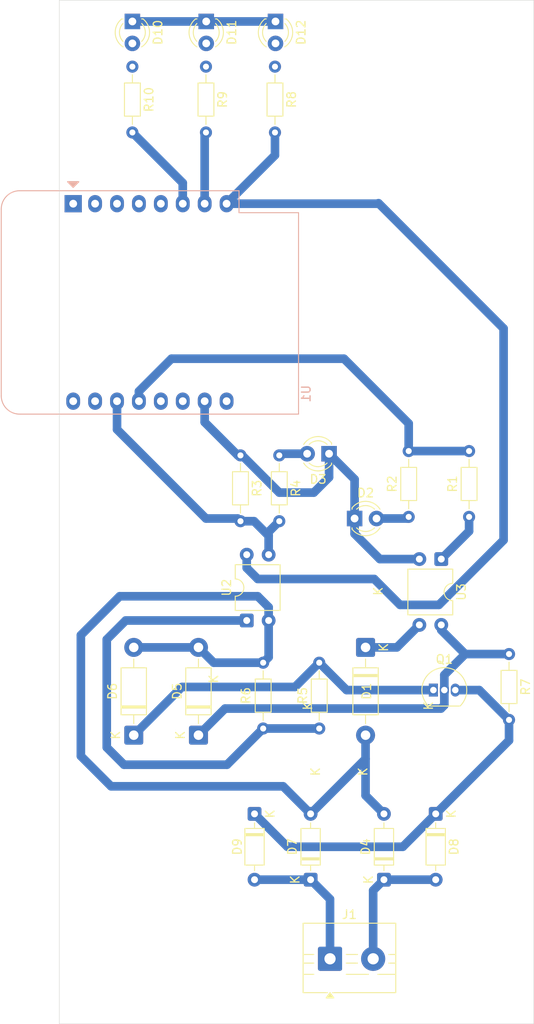
<source format=kicad_pcb>
(kicad_pcb (version 20241229) (generator "pcbnew") (generator_version "9.0")
  (layers (0 "F.Cu" signal) (2 "B.Cu" signal) (13 "F.Paste" user) (15 "B.Paste" user) (5 "F.SilkS" user "F.Silkscreen") (7 "B.SilkS" user "B.Silkscreen") (1 "F.Mask" user) (3 "B.Mask" user) (25 "Edge.Cuts" user))
  (net 0 "")
  (net 1 "Net-(D1-A)")
  (net 2 "Net-(D1-K)")
  (net 3 "Net-(D2-A)")
  (net 4 "GND")
  (net 5 "Net-(D3-A)")
  (net 6 "OT_A")
  (net 7 "Net-(D5-K)")
  (net 8 "Net-(D6-K)")
  (net 9 "OT_B")
  (net 10 "Net-(D8-K)")
  (net 11 "Net-(D10-A)")
  (net 12 "Net-(D11-A)")
  (net 13 "Net-(D12-A)")
  (net 14 "OT_IN")
  (net 15 "Net-(R1-Pad1)")
  (net 16 "OT_OUT")
  (net 17 "Net-(R5-Pad1)")
  (net 18 "+3V3")
  (net 19 "OT_RX_LED")
  (net 20 "ST_LED")
  (footprint "LED_THT:LED_D3.0mm" (layer "F.Cu") (at 94.97 46.96 -90)
    (property "Reference" "D10" (at 1.27 -2.96 90) (layer "F.SilkS"))
    (property "Value" "LED")
    (fp_line (start -0.29 1.08) (end -0.29 1.236) (stroke (width 0.12)) (layer "F.SilkS"))
    (fp_line (start -0.29 -1.236) (end -0.29 -1.08) (stroke (width 0.12)) (layer "F.SilkS"))
    (fp_arc (start 2.310961 1.08) (mid 1.27 1.5) (end 0.229039 1.08) (stroke (width 0.12)) (layer "F.SilkS"))
    (fp_arc (start 2.941437 1.08) (mid 1.36566 1.987699) (end -0.29 1.235516) (stroke (width 0.12)) (layer "F.SilkS"))
    (fp_arc (start 0.229039 -1.08) (mid 1.27 -1.5) (end 2.310961 -1.08) (stroke (width 0.12)) (layer "F.SilkS"))
    (fp_arc (start -0.29 -1.235516) (mid 1.36566 -1.987699) (end 2.941437 -1.08) (stroke (width 0.12)) (layer "F.SilkS"))
    (pad "1" thru_hole rect (at 0 0 270) (size 1.8 1.8) (drill 0.9) (layers "*.Cu" "*.Mask") (net 4 "GND"))
    (pad "2" thru_hole circle (at 2.54 0 270) (size 1.8 1.8) (drill 0.9) (layers "*.Cu" "*.Mask") (net 11 "Net-(D10-A)"))
  )
  (footprint "LED_THT:LED_D3.0mm" (layer "F.Cu") (at 120.73 104.5)
    (property "Reference" "D2" (at 1.27 -2.96 0) (layer "F.SilkS"))
    (property "Value" "LED")
    (fp_line (start -0.29 -1.236) (end -0.29 -1.08) (stroke (width 0.12)) (layer "F.SilkS"))
    (fp_line (start -0.29 1.08) (end -0.29 1.236) (stroke (width 0.12)) (layer "F.SilkS"))
    (fp_arc (start -0.29 -1.235516) (mid 1.36566 -1.987699) (end 2.941437 -1.08) (stroke (width 0.12)) (layer "F.SilkS"))
    (fp_arc (start 0.229039 -1.08) (mid 1.27 -1.5) (end 2.310961 -1.08) (stroke (width 0.12)) (layer "F.SilkS"))
    (fp_arc (start 2.310961 1.08) (mid 1.27 1.5) (end 0.229039 1.08) (stroke (width 0.12)) (layer "F.SilkS"))
    (fp_arc (start 2.941437 1.08) (mid 1.36566 1.987699) (end -0.29 1.235516) (stroke (width 0.12)) (layer "F.SilkS"))
    (pad "1" thru_hole rect (at 0 0) (size 1.8 1.8) (drill 0.9) (layers "*.Cu" "*.Mask") (net 4 "GND"))
    (pad "2" thru_hole circle (at 2.54 0) (size 1.8 1.8) (drill 0.9) (layers "*.Cu" "*.Mask") (net 3 "Net-(D2-A)"))
  )
  (footprint "Diode_THT:D_DO-35_SOD27_P7.62mm_Horizontal" (layer "F.Cu") (at 109.13 138.69 -90)
    (property "Reference" "D9" (at 3.81 2 90) (layer "F.SilkS"))
    (property "Value" "1N4148")
    (fp_line (start 1.04 0) (end 1.69 0) (stroke (width 0.12)) (layer "F.SilkS"))
    (fp_line (start 6.58 0) (end 5.93 0) (stroke (width 0.12)) (layer "F.SilkS"))
    (fp_line (start 2.29 -1.12) (end 2.29 1.12) (stroke (width 0.12)) (layer "F.SilkS"))
    (fp_line (start 2.41 -1.12) (end 2.41 1.12) (stroke (width 0.12)) (layer "F.SilkS"))
    (fp_line (start 2.53 -1.12) (end 2.53 1.12) (stroke (width 0.12)) (layer "F.SilkS"))
    (fp_rect (start 1.69 -1.12) (end 5.93 1.12) (stroke (width 0.12)) (fill no) (layer "F.SilkS"))
    (fp_text user "K" (at 0 -1.8 90) (layer "F.SilkS"))
    (pad "1" thru_hole roundrect (at 0 0 270) (size 1.6 1.6) (drill 0.8) (layers "*.Cu" "*.Mask") (roundrect_rratio 0.15625) (net 10 "Net-(D8-K)"))
    (pad "2" thru_hole circle (at 7.62 0 270) (size 1.6 1.6) (drill 0.8) (layers "*.Cu" "*.Mask") (net 9 "OT_B"))
  )
  (footprint "Resistor_THT:R_Axial_DIN0204_L3.6mm_D1.6mm_P7.62mm_Horizontal" (layer "F.Cu") (at 127 104.31 90)
    (property "Reference" "R2" (at 3.81 -1.92 90) (layer "F.SilkS"))
    (property "Value" "1K")
    (fp_line (start 6.68 0) (end 5.73 0) (stroke (width 0.12)) (layer "F.SilkS"))
    (fp_line (start 0.94 0) (end 1.89 0) (stroke (width 0.12)) (layer "F.SilkS"))
    (fp_rect (start 1.89 -0.92) (end 5.73 0.92) (stroke (width 0.12)) (fill no) (layer "F.SilkS"))
    (pad "1" thru_hole circle (at 0 0 90) (size 1.4 1.4) (drill 0.7) (layers "*.Cu" "*.Mask") (net 3 "Net-(D2-A)"))
    (pad "2" thru_hole circle (at 7.62 0 90) (size 1.4 1.4) (drill 0.7) (layers "*.Cu" "*.Mask") (net 14 "OT_IN"))
  )
  (footprint "Package_DIP:DIP-4_W7.62mm" (layer "F.Cu") (at 130.775 109.195 -90)
    (property "Reference" "U3" (at 3.81 -2.33 90) (layer "F.SilkS"))
    (property "Value" "Optocoupler_DC_PhotoNPN_AKEC")
    (fp_line (start 1.16 3.87) (end 6.46 3.87) (stroke (width 0.12)) (layer "F.SilkS"))
    (fp_line (start 6.46 3.87) (end 6.46 -1.33) (stroke (width 0.12)) (layer "F.SilkS"))
    (fp_line (start 1.16 -1.33) (end 1.16 3.87) (stroke (width 0.12)) (layer "F.SilkS"))
    (fp_line (start 2.81 -1.33) (end 1.16 -1.33) (stroke (width 0.12)) (layer "F.SilkS"))
    (fp_line (start 6.46 -1.33) (end 4.81 -1.33) (stroke (width 0.12)) (layer "F.SilkS"))
    (fp_arc (start 4.81 -1.33) (mid 3.81 -0.33) (end 2.81 -1.33) (stroke (width 0.12)) (layer "F.SilkS"))
    (pad "1" thru_hole roundrect (at 0 0 270) (size 1.6 1.6) (drill 0.8) (layers "*.Cu" "*.Mask") (roundrect_rratio 0.15625) (net 15 "Net-(R1-Pad1)"))
    (pad "2" thru_hole circle (at 0 2.54 270) (size 1.6 1.6) (drill 0.8) (layers "*.Cu" "*.Mask") (net 4 "GND"))
    (pad "3" thru_hole circle (at 7.62 2.54 270) (size 1.6 1.6) (drill 0.8) (layers "*.Cu" "*.Mask") (net 2 "Net-(D1-K)"))
    (pad "4" thru_hole circle (at 7.62 0 270) (size 1.6 1.6) (drill 0.8) (layers "*.Cu" "*.Mask") (net 7 "Net-(D5-K)"))
  )
  (footprint "Resistor_THT:R_Axial_DIN0204_L3.6mm_D1.6mm_P7.62mm_Horizontal" (layer "F.Cu") (at 107.5 97.19 -90)
    (property "Reference" "R3" (at 3.81 -1.92 90) (layer "F.SilkS"))
    (property "Value" "10K")
    (fp_line (start 0.94 0) (end 1.89 0) (stroke (width 0.12)) (layer "F.SilkS"))
    (fp_line (start 6.68 0) (end 5.73 0) (stroke (width 0.12)) (layer "F.SilkS"))
    (fp_rect (start 1.89 -0.92) (end 5.73 0.92) (stroke (width 0.12)) (fill no) (layer "F.SilkS"))
    (pad "1" thru_hole circle (at 0 0 270) (size 1.4 1.4) (drill 0.7) (layers "*.Cu" "*.Mask") (net 4 "GND"))
    (pad "2" thru_hole circle (at 7.62 0 270) (size 1.4 1.4) (drill 0.7) (layers "*.Cu" "*.Mask") (net 16 "OT_OUT"))
  )
  (footprint "Resistor_THT:R_Axial_DIN0204_L3.6mm_D1.6mm_P7.62mm_Horizontal" (layer "F.Cu") (at 134 104.31 90)
    (property "Reference" "R1" (at 3.81 -1.92 90) (layer "F.SilkS"))
    (property "Value" "330")
    (fp_line (start 6.68 0) (end 5.73 0) (stroke (width 0.12)) (layer "F.SilkS"))
    (fp_line (start 0.94 0) (end 1.89 0) (stroke (width 0.12)) (layer "F.SilkS"))
    (fp_rect (start 1.89 -0.92) (end 5.73 0.92) (stroke (width 0.12)) (fill no) (layer "F.SilkS"))
    (pad "1" thru_hole circle (at 0 0 90) (size 1.4 1.4) (drill 0.7) (layers "*.Cu" "*.Mask") (net 15 "Net-(R1-Pad1)"))
    (pad "2" thru_hole circle (at 7.62 0 90) (size 1.4 1.4) (drill 0.7) (layers "*.Cu" "*.Mask") (net 14 "OT_IN"))
  )
  (footprint "Resistor_THT:R_Axial_DIN0204_L3.6mm_D1.6mm_P7.62mm_Horizontal" (layer "F.Cu") (at 111.5 52.19 -90)
    (property "Reference" "R8" (at 3.81 -1.92 90) (layer "F.SilkS"))
    (property "Value" "220")
    (fp_line (start 0.94 0) (end 1.89 0) (stroke (width 0.12)) (layer "F.SilkS"))
    (fp_line (start 6.68 0) (end 5.73 0) (stroke (width 0.12)) (layer "F.SilkS"))
    (fp_rect (start 1.89 -0.92) (end 5.73 0.92) (stroke (width 0.12)) (fill no) (layer "F.SilkS"))
    (pad "1" thru_hole circle (at 0 0 270) (size 1.4 1.4) (drill 0.7) (layers "*.Cu" "*.Mask") (net 13 "Net-(D12-A)"))
    (pad "2" thru_hole circle (at 7.62 0 270) (size 1.4 1.4) (drill 0.7) (layers "*.Cu" "*.Mask") (net 18 "+3V3"))
  )
  (footprint "Resistor_THT:R_Axial_DIN0204_L3.6mm_D1.6mm_P7.62mm_Horizontal" (layer "F.Cu") (at 112 97.19 -90)
    (property "Reference" "R4" (at 3.81 -1.92 90) (layer "F.SilkS"))
    (property "Value" "1K")
    (fp_line (start 0.94 0) (end 1.89 0) (stroke (width 0.12)) (layer "F.SilkS"))
    (fp_line (start 6.68 0) (end 5.73 0) (stroke (width 0.12)) (layer "F.SilkS"))
    (fp_rect (start 1.89 -0.92) (end 5.73 0.92) (stroke (width 0.12)) (fill no) (layer "F.SilkS"))
    (pad "1" thru_hole circle (at 0 0 270) (size 1.4 1.4) (drill 0.7) (layers "*.Cu" "*.Mask") (net 5 "Net-(D3-A)"))
    (pad "2" thru_hole circle (at 7.62 0 270) (size 1.4 1.4) (drill 0.7) (layers "*.Cu" "*.Mask") (net 16 "OT_OUT"))
  )
  (footprint "Diode_THT:D_DO-41_SOD81_P10.16mm_Horizontal" (layer "F.Cu") (at 95.13 129.58 90)
    (property "Reference" "D6" (at 5.08 -2.47 90) (layer "F.SilkS"))
    (property "Value" "4V7")
    (fp_line (start 3.38 -1.47) (end 3.38 1.47) (stroke (width 0.12)) (layer "F.SilkS"))
    (fp_line (start 3.26 -1.47) (end 3.26 1.47) (stroke (width 0.12)) (layer "F.SilkS"))
    (fp_line (start 3.14 -1.47) (end 3.14 1.47) (stroke (width 0.12)) (layer "F.SilkS"))
    (fp_line (start 8.82 0) (end 7.8 0) (stroke (width 0.12)) (layer "F.SilkS"))
    (fp_line (start 1.34 0) (end 2.36 0) (stroke (width 0.12)) (layer "F.SilkS"))
    (fp_rect (start 2.36 -1.47) (end 7.8 1.47) (stroke (width 0.12)) (fill no) (layer "F.SilkS"))
    (fp_text user "K" (at 0 -2.1 90) (layer "F.SilkS"))
    (pad "1" thru_hole roundrect (at 0 0 90) (size 2.2 2.2) (drill 1.1) (layers "*.Cu" "*.Mask") (roundrect_rratio 0.113636) (net 8 "Net-(D6-K)"))
    (pad "2" thru_hole circle (at 10.16 0 90) (size 2.2 2.2) (drill 1.1) (layers "*.Cu" "*.Mask") (net 1 "Net-(D1-A)"))
  )
  (footprint "Resistor_THT:R_Axial_DIN0204_L3.6mm_D1.6mm_P7.62mm_Horizontal" (layer "F.Cu") (at 103.5 52.19 -90)
    (property "Reference" "R9" (at 3.81 -1.92 90) (layer "F.SilkS"))
    (property "Value" "220")
    (fp_line (start 0.94 0) (end 1.89 0) (stroke (width 0.12)) (layer "F.SilkS"))
    (fp_line (start 6.68 0) (end 5.73 0) (stroke (width 0.12)) (layer "F.SilkS"))
    (fp_rect (start 1.89 -0.92) (end 5.73 0.92) (stroke (width 0.12)) (fill no) (layer "F.SilkS"))
    (pad "1" thru_hole circle (at 0 0 270) (size 1.4 1.4) (drill 0.7) (layers "*.Cu" "*.Mask") (net 12 "Net-(D11-A)"))
    (pad "2" thru_hole circle (at 7.62 0 270) (size 1.4 1.4) (drill 0.7) (layers "*.Cu" "*.Mask") (net 19 "OT_RX_LED"))
  )
  (footprint "Package_DIP:DIP-4_W7.62mm" (layer "F.Cu") (at 108.225 116.305 90)
    (property "Reference" "U2" (at 3.81 -2.33 90) (layer "F.SilkS"))
    (property "Value" "Optocoupler_DC_PhotoNPN_AKEC")
    (fp_line (start 6.46 -1.33) (end 4.81 -1.33) (stroke (width 0.12)) (layer "F.SilkS"))
    (fp_line (start 2.81 -1.33) (end 1.16 -1.33) (stroke (width 0.12)) (layer "F.SilkS"))
    (fp_line (start 1.16 -1.33) (end 1.16 3.87) (stroke (width 0.12)) (layer "F.SilkS"))
    (fp_line (start 6.46 3.87) (end 6.46 -1.33) (stroke (width 0.12)) (layer "F.SilkS"))
    (fp_line (start 1.16 3.87) (end 6.46 3.87) (stroke (width 0.12)) (layer "F.SilkS"))
    (fp_arc (start 4.81 -1.33) (mid 3.81 -0.33) (end 2.81 -1.33) (stroke (width 0.12)) (layer "F.SilkS"))
    (pad "1" thru_hole roundrect (at 0 0 90) (size 1.6 1.6) (drill 0.8) (layers "*.Cu" "*.Mask") (roundrect_rratio 0.15625) (net 17 "Net-(R5-Pad1)"))
    (pad "2" thru_hole circle (at 0 2.54 90) (size 1.6 1.6) (drill 0.8) (layers "*.Cu" "*.Mask") (net 1 "Net-(D1-A)"))
    (pad "3" thru_hole circle (at 7.62 2.54 90) (size 1.6 1.6) (drill 0.8) (layers "*.Cu" "*.Mask") (net 16 "OT_OUT"))
    (pad "4" thru_hole circle (at 7.62 0 90) (size 1.6 1.6) (drill 0.8) (layers "*.Cu" "*.Mask") (net 18 "+3V3"))
  )
  (footprint "Resistor_THT:R_Axial_DIN0204_L3.6mm_D1.6mm_P7.62mm_Horizontal" (layer "F.Cu") (at 94.97 52.19 -90)
    (property "Reference" "R10" (at 3.81 -1.92 90) (layer "F.SilkS"))
    (property "Value" "220")
    (fp_line (start 0.94 0) (end 1.89 0) (stroke (width 0.12)) (layer "F.SilkS"))
    (fp_line (start 6.68 0) (end 5.73 0) (stroke (width 0.12)) (layer "F.SilkS"))
    (fp_rect (start 1.89 -0.92) (end 5.73 0.92) (stroke (width 0.12)) (fill no) (layer "F.SilkS"))
    (pad "1" thru_hole circle (at 0 0 270) (size 1.4 1.4) (drill 0.7) (layers "*.Cu" "*.Mask") (net 11 "Net-(D10-A)"))
    (pad "2" thru_hole circle (at 7.62 0 270) (size 1.4 1.4) (drill 0.7) (layers "*.Cu" "*.Mask") (net 20 "ST_LED"))
  )
  (footprint "Resistor_THT:R_Axial_DIN0204_L3.6mm_D1.6mm_P7.62mm_Horizontal" (layer "F.Cu") (at 138.63 120.19 -90)
    (property "Reference" "R7" (at 3.81 -1.92 90) (layer "F.SilkS"))
    (property "Value" "330")
    (fp_line (start 0.94 0) (end 1.89 0) (stroke (width 0.12)) (layer "F.SilkS"))
    (fp_line (start 6.68 0) (end 5.73 0) (stroke (width 0.12)) (layer "F.SilkS"))
    (fp_rect (start 1.89 -0.92) (end 5.73 0.92) (stroke (width 0.12)) (fill no) (layer "F.SilkS"))
    (pad "1" thru_hole circle (at 0 0 270) (size 1.4 1.4) (drill 0.7) (layers "*.Cu" "*.Mask") (net 7 "Net-(D5-K)"))
    (pad "2" thru_hole circle (at 7.62 0 270) (size 1.4 1.4) (drill 0.7) (layers "*.Cu" "*.Mask") (net 10 "Net-(D8-K)"))
  )
  (footprint "LED_THT:LED_D3.0mm" (layer "F.Cu") (at 111.56 46.96 -90)
    (property "Reference" "D12" (at 1.27 -2.96 90) (layer "F.SilkS"))
    (property "Value" "LED")
    (fp_line (start -0.29 1.08) (end -0.29 1.236) (stroke (width 0.12)) (layer "F.SilkS"))
    (fp_line (start -0.29 -1.236) (end -0.29 -1.08) (stroke (width 0.12)) (layer "F.SilkS"))
    (fp_arc (start 2.310961 1.08) (mid 1.27 1.5) (end 0.229039 1.08) (stroke (width 0.12)) (layer "F.SilkS"))
    (fp_arc (start 2.941437 1.08) (mid 1.36566 1.987699) (end -0.29 1.235516) (stroke (width 0.12)) (layer "F.SilkS"))
    (fp_arc (start 0.229039 -1.08) (mid 1.27 -1.5) (end 2.310961 -1.08) (stroke (width 0.12)) (layer "F.SilkS"))
    (fp_arc (start -0.29 -1.235516) (mid 1.36566 -1.987699) (end 2.941437 -1.08) (stroke (width 0.12)) (layer "F.SilkS"))
    (pad "1" thru_hole rect (at 0 0 270) (size 1.8 1.8) (drill 0.9) (layers "*.Cu" "*.Mask") (net 4 "GND"))
    (pad "2" thru_hole circle (at 2.54 0 270) (size 1.8 1.8) (drill 0.9) (layers "*.Cu" "*.Mask") (net 13 "Net-(D12-A)"))
  )
  (footprint "Diode_THT:D_DO-41_SOD81_P10.16mm_Horizontal" (layer "F.Cu") (at 122 119.42 -90)
    (property "Reference" "D1" (at 5.08 -0.13 90) (layer "F.SilkS"))
    (property "Value" "4V3")
    (fp_line (start 1.34 0) (end 2.36 0) (stroke (width 0.12)) (layer "F.SilkS"))
    (fp_line (start 8.82 0) (end 7.8 0) (stroke (width 0.12)) (layer "F.SilkS"))
    (fp_line (start 3.14 -1.47) (end 3.14 1.47) (stroke (width 0.12)) (layer "F.SilkS"))
    (fp_line (start 3.26 -1.47) (end 3.26 1.47) (stroke (width 0.12)) (layer "F.SilkS"))
    (fp_line (start 3.38 -1.47) (end 3.38 1.47) (stroke (width 0.12)) (layer "F.SilkS"))
    (fp_rect (start 2.36 -1.47) (end 7.8 1.47) (stroke (width 0.12)) (fill no) (layer "F.SilkS"))
    (fp_text user "K" (at 0 -2.1 90) (layer "F.SilkS"))
    (pad "1" thru_hole roundrect (at 0 0 270) (size 2.2 2.2) (drill 1.1) (layers "*.Cu" "*.Mask") (roundrect_rratio 0.113636) (net 2 "Net-(D1-K)"))
    (pad "2" thru_hole circle (at 10.16 0 270) (size 2.2 2.2) (drill 1.1) (layers "*.Cu" "*.Mask") (net 1 "Net-(D1-A)"))
  )
  (footprint "Package_TO_SOT_THT:TO-92_Inline" (layer "F.Cu") (at 129.86 124.36)
    (property "Reference" "Q1" (at 1.27 -3.56 0) (layer "F.SilkS"))
    (property "Value" "BC558")
    (fp_line (start -0.53 1.85) (end 3.07 1.85) (stroke (width 0.12)) (layer "F.SilkS"))
    (fp_arc (start -0.568478 1.838478) (mid -1.132087 -0.994977) (end 1.27 -2.6) (stroke (width 0.12)) (layer "F.SilkS"))
    (fp_arc (start 1.27 -2.6) (mid 3.672087 -0.994977) (end 3.108478 1.838478) (stroke (width 0.12)) (layer "F.SilkS"))
    (pad "1" thru_hole rect (at 0 0) (size 1.05 1.5) (drill 0.75) (layers "*.Cu" "*.Mask") (net 8 "Net-(D6-K)"))
    (pad "2" thru_hole oval (at 1.27 0) (size 1.05 1.5) (drill 0.75) (layers "*.Cu" "*.Mask") (net 7 "Net-(D5-K)"))
    (pad "3" thru_hole oval (at 2.54 0) (size 1.05 1.5) (drill 0.75) (layers "*.Cu" "*.Mask") (net 10 "Net-(D8-K)"))
  )
  (footprint "Diode_THT:D_DO-35_SOD27_P7.62mm_Horizontal" (layer "F.Cu") (at 124.13 146.31 90)
    (property "Reference" "D4" (at 3.81 -2.12 90) (layer "F.SilkS"))
    (property "Value" "1N4148")
    (fp_line (start 2.53 -1.12) (end 2.53 1.12) (stroke (width 0.12)) (layer "F.SilkS"))
    (fp_line (start 2.41 -1.12) (end 2.41 1.12) (stroke (width 0.12)) (layer "F.SilkS"))
    (fp_line (start 2.29 -1.12) (end 2.29 1.12) (stroke (width 0.12)) (layer "F.SilkS"))
    (fp_line (start 6.58 0) (end 5.93 0) (stroke (width 0.12)) (layer "F.SilkS"))
    (fp_line (start 1.04 0) (end 1.69 0) (stroke (width 0.12)) (layer "F.SilkS"))
    (fp_rect (start 1.69 -1.12) (end 5.93 1.12) (stroke (width 0.12)) (fill no) (layer "F.SilkS"))
    (fp_text user "K" (at 0 -1.8 90) (layer "F.SilkS"))
    (pad "1" thru_hole roundrect (at 0 0 90) (size 1.6 1.6) (drill 0.8) (layers "*.Cu" "*.Mask") (roundrect_rratio 0.15625) (net 6 "OT_A"))
    (pad "2" thru_hole circle (at 7.62 0 90) (size 1.6 1.6) (drill 0.8) (layers "*.Cu" "*.Mask") (net 1 "Net-(D1-A)"))
  )
  (footprint "Resistor_THT:R_Axial_DIN0204_L3.6mm_D1.6mm_P7.62mm_Horizontal" (layer "F.Cu") (at 110.13 121.19 -90)
    (property "Reference" "R6" (at 3.81 2 90) (layer "F.SilkS"))
    (property "Value" "100")
    (fp_line (start 0.94 0) (end 1.89 0) (stroke (width 0.12)) (layer "F.SilkS"))
    (fp_line (start 6.68 0) (end 5.73 0) (stroke (width 0.12)) (layer "F.SilkS"))
    (fp_rect (start 1.89 -0.92) (end 5.73 0.92) (stroke (width 0.12)) (fill no) (layer "F.SilkS"))
    (pad "1" thru_hole circle (at 0 0 270) (size 1.4 1.4) (drill 0.7) (layers "*.Cu" "*.Mask") (net 1 "Net-(D1-A)"))
    (pad "2" thru_hole circle (at 7.62 0 270) (size 1.4 1.4) (drill 0.7) (layers "*.Cu" "*.Mask") (net 17 "Net-(R5-Pad1)"))
  )
  (footprint "Resistor_THT:R_Axial_DIN0204_L3.6mm_D1.6mm_P7.62mm_Horizontal" (layer "F.Cu") (at 116.63 128.81 90)
    (property "Reference" "R5" (at 3.81 -1.92 90) (layer "F.SilkS"))
    (property "Value" "220")
    (fp_line (start 6.68 0) (end 5.73 0) (stroke (width 0.12)) (layer "F.SilkS"))
    (fp_line (start 0.94 0) (end 1.89 0) (stroke (width 0.12)) (layer "F.SilkS"))
    (fp_rect (start 1.89 -0.92) (end 5.73 0.92) (stroke (width 0.12)) (fill no) (layer "F.SilkS"))
    (pad "1" thru_hole circle (at 0 0 90) (size 1.4 1.4) (drill 0.7) (layers "*.Cu" "*.Mask") (net 17 "Net-(R5-Pad1)"))
    (pad "2" thru_hole circle (at 7.62 0 90) (size 1.4 1.4) (drill 0.7) (layers "*.Cu" "*.Mask") (net 8 "Net-(D6-K)"))
  )
  (footprint "Diode_THT:D_DO-35_SOD27_P7.62mm_Horizontal" (layer "F.Cu") (at 130.13 138.69 -90)
    (property "Reference" "D8" (at 3.81 -2.12 90) (layer "F.SilkS"))
    (property "Value" "1N4148")
    (fp_line (start 1.04 0) (end 1.69 0) (stroke (width 0.12)) (layer "F.SilkS"))
    (fp_line (start 6.58 0) (end 5.93 0) (stroke (width 0.12)) (layer "F.SilkS"))
    (fp_line (start 2.29 -1.12) (end 2.29 1.12) (stroke (width 0.12)) (layer "F.SilkS"))
    (fp_line (start 2.41 -1.12) (end 2.41 1.12) (stroke (width 0.12)) (layer "F.SilkS"))
    (fp_line (start 2.53 -1.12) (end 2.53 1.12) (stroke (width 0.12)) (layer "F.SilkS"))
    (fp_rect (start 1.69 -1.12) (end 5.93 1.12) (stroke (width 0.12)) (fill no) (layer "F.SilkS"))
    (fp_text user "K" (at 0 -1.8 90) (layer "F.SilkS"))
    (pad "1" thru_hole roundrect (at 0 0 270) (size 1.6 1.6) (drill 0.8) (layers "*.Cu" "*.Mask") (roundrect_rratio 0.15625) (net 10 "Net-(D8-K)"))
    (pad "2" thru_hole circle (at 7.62 0 270) (size 1.6 1.6) (drill 0.8) (layers "*.Cu" "*.Mask") (net 6 "OT_A"))
  )
  (footprint "Diode_THT:D_DO-35_SOD27_P7.62mm_Horizontal" (layer "F.Cu") (at 115.63 146.31 90)
    (property "Reference" "D7" (at 3.81 -2.12 90) (layer "F.SilkS"))
    (property "Value" "1N4148")
    (fp_line (start 2.53 -1.12) (end 2.53 1.12) (stroke (width 0.12)) (layer "F.SilkS"))
    (fp_line (start 2.41 -1.12) (end 2.41 1.12) (stroke (width 0.12)) (layer "F.SilkS"))
    (fp_line (start 2.29 -1.12) (end 2.29 1.12) (stroke (width 0.12)) (layer "F.SilkS"))
    (fp_line (start 6.58 0) (end 5.93 0) (stroke (width 0.12)) (layer "F.SilkS"))
    (fp_line (start 1.04 0) (end 1.69 0) (stroke (width 0.12)) (layer "F.SilkS"))
    (fp_rect (start 1.69 -1.12) (end 5.93 1.12) (stroke (width 0.12)) (fill no) (layer "F.SilkS"))
    (fp_text user "K" (at 0 -1.8 90) (layer "F.SilkS"))
    (pad "1" thru_hole roundrect (at 0 0 90) (size 1.6 1.6) (drill 0.8) (layers "*.Cu" "*.Mask") (roundrect_rratio 0.15625) (net 9 "OT_B"))
    (pad "2" thru_hole circle (at 7.62 0 90) (size 1.6 1.6) (drill 0.8) (layers "*.Cu" "*.Mask") (net 1 "Net-(D1-A)"))
  )
  (footprint "Diode_THT:D_DO-41_SOD81_P10.16mm_Horizontal" (layer "F.Cu") (at 102.63 129.58 90)
    (property "Reference" "D5" (at 5.08 -2.47 90) (layer "F.SilkS"))
    (property "Value" "15V")
    (fp_line (start 3.38 -1.47) (end 3.38 1.47) (stroke (width 0.12)) (layer "F.SilkS"))
    (fp_line (start 3.26 -1.47) (end 3.26 1.47) (stroke (width 0.12)) (layer "F.SilkS"))
    (fp_line (start 3.14 -1.47) (end 3.14 1.47) (stroke (width 0.12)) (layer "F.SilkS"))
    (fp_line (start 8.82 0) (end 7.8 0) (stroke (width 0.12)) (layer "F.SilkS"))
    (fp_line (start 1.34 0) (end 2.36 0) (stroke (width 0.12)) (layer "F.SilkS"))
    (fp_rect (start 2.36 -1.47) (end 7.8 1.47) (stroke (width 0.12)) (fill no) (layer "F.SilkS"))
    (fp_text user "K" (at 0 -2.1 90) (layer "F.SilkS"))
    (pad "1" thru_hole roundrect (at 0 0 90) (size 2.2 2.2) (drill 1.1) (layers "*.Cu" "*.Mask") (roundrect_rratio 0.113636) (net 7 "Net-(D5-K)"))
    (pad "2" thru_hole circle (at 10.16 0 90) (size 2.2 2.2) (drill 1.1) (layers "*.Cu" "*.Mask") (net 1 "Net-(D1-A)"))
  )
  (footprint "LED_THT:LED_D3.0mm" (layer "F.Cu") (at 117.77 97 180)
    (property "Reference" "D3" (at 1.27 -2.96 0) (layer "F.SilkS"))
    (property "Value" "LED")
    (fp_line (start -0.29 1.08) (end -0.29 1.236) (stroke (width 0.12)) (layer "F.SilkS"))
    (fp_line (start -0.29 -1.236) (end -0.29 -1.08) (stroke (width 0.12)) (layer "F.SilkS"))
    (fp_arc (start 2.941437 1.08) (mid 1.36566 1.987699) (end -0.29 1.235516) (stroke (width 0.12)) (layer "F.SilkS"))
    (fp_arc (start 2.310961 1.08) (mid 1.27 1.5) (end 0.229039 1.08) (stroke (width 0.12)) (layer "F.SilkS"))
    (fp_arc (start 0.229039 -1.08) (mid 1.27 -1.5) (end 2.310961 -1.08) (stroke (width 0.12)) (layer "F.SilkS"))
    (fp_arc (start -0.29 -1.235516) (mid 1.36566 -1.987699) (end 2.941437 -1.08) (stroke (width 0.12)) (layer "F.SilkS"))
    (pad "1" thru_hole rect (at 0 0 180) (size 1.8 1.8) (drill 0.9) (layers "*.Cu" "*.Mask") (net 4 "GND"))
    (pad "2" thru_hole circle (at 2.54 0 180) (size 1.8 1.8) (drill 0.9) (layers "*.Cu" "*.Mask") (net 5 "Net-(D3-A)"))
  )
  (footprint "LED_THT:LED_D3.0mm" (layer "F.Cu") (at 103.53 46.96 -90)
    (property "Reference" "D11" (at 1.27 -2.96 90) (layer "F.SilkS"))
    (property "Value" "LED")
    (fp_line (start -0.29 1.08) (end -0.29 1.236) (stroke (width 0.12)) (layer "F.SilkS"))
    (fp_line (start -0.29 -1.236) (end -0.29 -1.08) (stroke (width 0.12)) (layer "F.SilkS"))
    (fp_arc (start 2.310961 1.08) (mid 1.27 1.5) (end 0.229039 1.08) (stroke (width 0.12)) (layer "F.SilkS"))
    (fp_arc (start 2.941437 1.08) (mid 1.36566 1.987699) (end -0.29 1.235516) (stroke (width 0.12)) (layer "F.SilkS"))
    (fp_arc (start 0.229039 -1.08) (mid 1.27 -1.5) (end 2.310961 -1.08) (stroke (width 0.12)) (layer "F.SilkS"))
    (fp_arc (start -0.29 -1.235516) (mid 1.36566 -1.987699) (end 2.941437 -1.08) (stroke (width 0.12)) (layer "F.SilkS"))
    (pad "1" thru_hole rect (at 0 0 270) (size 1.8 1.8) (drill 0.9) (layers "*.Cu" "*.Mask") (net 4 "GND"))
    (pad "2" thru_hole circle (at 2.54 0 270) (size 1.8 1.8) (drill 0.9) (layers "*.Cu" "*.Mask") (net 12 "Net-(D11-A)"))
  )
  (footprint "TerminalBlock:TerminalBlock_MaiXu_MX126-5.0-02P_1x02_P5.00mm" (layer "F.Cu") (at 117.88 155.4675)
    (property "Reference" "J1" (at 2.25 -5.12 0) (layer "F.SilkS"))
    (property "Value" "Screw_Terminal_01x02")
    (fp_line (start -3.12 -4.12) (end 7.62 -4.12) (stroke (width 0.12)) (layer "F.SilkS"))
    (fp_line (start -3.12 -0.5) (end -1.88 -0.5) (stroke (width 0.12)) (layer "F.SilkS"))
    (fp_line (start -3.12 0.5) (end -1.88 0.5) (stroke (width 0.12)) (layer "F.SilkS"))
    (fp_line (start -3.12 1.8) (end -1.88 1.8) (stroke (width 0.12)) (layer "F.SilkS"))
    (fp_line (start -3.12 3.92) (end -3.12 -4.12) (stroke (width 0.12)) (layer "F.SilkS"))
    (fp_line (start -0.3 3.92) (end -3.12 3.92) (stroke (width 0.12)) (layer "F.SilkS"))
    (fp_line (start 1.88 -0.5) (end 3.188 -0.5) (stroke (width 0.12)) (layer "F.SilkS"))
    (fp_line (start 1.88 0.5) (end 3.188 0.5) (stroke (width 0.12)) (layer "F.SilkS"))
    (fp_line (start 1.88 1.8) (end 4.457 1.8) (stroke (width 0.12)) (layer "F.SilkS"))
    (fp_line (start 5.543 1.8) (end 7.62 1.8) (stroke (width 0.12)) (layer "F.SilkS"))
    (fp_line (start 6.812 -0.5) (end 7.62 -0.5) (stroke (width 0.12)) (layer "F.SilkS"))
    (fp_line (start 6.812 0.5) (end 7.62 0.5) (stroke (width 0.12)) (layer "F.SilkS"))
    (fp_line (start 7.62 -4.12) (end 7.62 3.92) (stroke (width 0.12)) (layer "F.SilkS"))
    (fp_line (start 7.62 3.92) (end 0.3 3.92) (stroke (width 0.12)) (layer "F.SilkS"))
    (fp_poly (pts (xy 0 3.92) (xy 0.44 4.53) (xy -0.44 4.53)) (stroke (width 0.12)) (fill yes) (layer "F.SilkS"))
    (pad "1" thru_hole roundrect (at 0 0) (size 2.8 2.8) (drill 1.3) (layers "*.Cu" "*.Mask") (roundrect_rratio 0.089286) (net 9 "OT_B"))
    (pad "2" thru_hole circle (at 5 0) (size 2.8 2.8) (drill 1.3) (layers "*.Cu" "*.Mask") (net 6 "OT_A"))
  )
  (footprint "RF_Module:WEMOS_D1_mini_light" (layer "B.Cu") (at 88.11 68.055 -90)
    (property "Reference" "U1" (at 22 -27 90) (layer "B.SilkS") (effects (justify mirror)))
    (property "Value" "WEMOS_D1_mini")
    (fp_line (start 22.24 8.34) (end 0.63 8.34) (stroke (width 0.12)) (layer "B.SilkS"))
    (fp_line (start -1.5 -19.22) (end -1.5 6.21) (stroke (width 0.12)) (layer "B.SilkS"))
    (fp_line (start -1.5 -19.22) (end 1.04 -19.22) (stroke (width 0.12)) (layer "B.SilkS"))
    (fp_line (start 1.04 -19.22) (end 1.04 -26.12) (stroke (width 0.12)) (layer "B.SilkS"))
    (fp_line (start 1.04 -26.12) (end 24.36 -26.12) (stroke (width 0.12)) (layer "B.SilkS"))
    (fp_line (start 24.36 -26.12) (end 24.36 6.21) (stroke (width 0.12)) (layer "B.SilkS"))
    (fp_arc (start 0.63 8.34) (mid -0.876137 7.716137) (end -1.5 6.21) (stroke (width 0.12)) (layer "B.SilkS"))
    (fp_arc (start 24.36 6.21) (mid 23.736137 7.716137) (end 22.23 8.34) (stroke (width 0.12)) (layer "B.SilkS"))
    (fp_poly (pts (xy -2.54 0.635) (xy -2.54 -0.635) (xy -1.905 0)) (stroke (width 0.15)) (fill yes) (layer "B.SilkS"))
    (pad "1" thru_hole rect (at 0 0 270) (size 2 2) (drill 0.9) (layers "*.Cu" "*.Mask"))
    (pad "2" thru_hole oval (at 0 -2.54 270) (size 2 1.6) (drill 0.9) (layers "*.Cu" "*.Mask"))
    (pad "3" thru_hole oval (at 0 -5.08 270) (size 2 1.6) (drill 0.9) (layers "*.Cu" "*.Mask"))
    (pad "4" thru_hole oval (at 0 -7.62 270) (size 2 1.6) (drill 0.9) (layers "*.Cu" "*.Mask"))
    (pad "5" thru_hole oval (at 0 -10.16 270) (size 2 1.6) (drill 0.9) (layers "*.Cu" "*.Mask"))
    (pad "6" thru_hole oval (at 0 -12.7 270) (size 2 1.6) (drill 0.9) (layers "*.Cu" "*.Mask") (net 20 "ST_LED"))
    (pad "7" thru_hole oval (at 0 -15.24 270) (size 2 1.6) (drill 0.9) (layers "*.Cu" "*.Mask") (net 19 "OT_RX_LED"))
    (pad "8" thru_hole oval (at 0 -17.78 270) (size 2 1.6) (drill 0.9) (layers "*.Cu" "*.Mask") (net 18 "+3V3"))
    (pad "9" thru_hole oval (at 22.86 -17.78 270) (size 2 1.6) (drill 0.9) (layers "*.Cu" "*.Mask"))
    (pad "10" thru_hole oval (at 22.86 -15.24 270) (size 2 1.6) (drill 0.9) (layers "*.Cu" "*.Mask") (net 4 "GND"))
    (pad "11" thru_hole oval (at 22.86 -12.7 270) (size 2 1.6) (drill 0.9) (layers "*.Cu" "*.Mask"))
    (pad "12" thru_hole oval (at 22.86 -10.16 270) (size 2 1.6) (drill 0.9) (layers "*.Cu" "*.Mask"))
    (pad "13" thru_hole oval (at 22.86 -7.62 270) (size 2 1.6) (drill 0.9) (layers "*.Cu" "*.Mask") (net 14 "OT_IN"))
    (pad "14" thru_hole oval (at 22.86 -5.08 270) (size 2 1.6) (drill 0.9) (layers "*.Cu" "*.Mask") (net 16 "OT_OUT"))
    (pad "15" thru_hole oval (at 22.86 -2.54 270) (size 2 1.6) (drill 0.9) (layers "*.Cu" "*.Mask"))
    (pad "16" thru_hole oval (at 22.86 0 270) (size 2 1.6) (drill 0.9) (layers "*.Cu" "*.Mask"))
  )
  (gr_rect (start 86.5 44.5) (end 141.5 163) (stroke (width 0.05)) (fill no) (layer "Edge.Cuts"))
  (gr_text "K" (at 116.2 133.81 90) (layer "F.SilkS") (effects (font (size 1 1))))
  (gr_text "K" (at 121.7 133.81 90) (layer "F.SilkS") (effects (font (size 1 1))))
  (gr_text "K" (at 104.4 123.08 90) (layer "F.SilkS") (effects (font (size 1 1))))
  (gr_text "K" (at 115.3 126.19 90) (layer "F.SilkS") (effects (font (size 1 1))))
  (gr_text "K" (at 129.3 126.19 90) (layer "F.SilkS") (effects (font (size 1 1))))
  (gr_text "K" (at 123.47 112.92 90) (layer "F.SilkS") (effects (font (size 1 1))))
  (segment (start 102.63 119.42) (end 95.13 119.42) (width 1) (layer "B.Cu") (net 1))
  (segment (start 110.765 114.765) (end 110.765 116.305) (width 1) (layer "B.Cu") (net 1))
  (segment (start 93.5 113.5) (end 109.5 113.5) (width 1) (layer "B.Cu") (net 1))
  (segment (start 112.44 135.5) (end 92.5 135.5) (width 1) (layer "B.Cu") (net 1))
  (segment (start 109.5 113.5) (end 110.765 114.765) (width 1) (layer "B.Cu") (net 1))
  (segment (start 89 132) (end 89 118) (width 1) (layer "B.Cu") (net 1))
  (segment (start 110.13 121.19) (end 104.4 121.19) (width 1) (layer "B.Cu") (net 1))
  (segment (start 92.5 135.5) (end 89 132) (width 1) (layer "B.Cu") (net 1))
  (segment (start 122 136.56) (end 122 132.32) (width 1) (layer "B.Cu") (net 1))
  (segment (start 115.63 138.69) (end 122 132.32) (width 1) (layer "B.Cu") (net 1))
  (segment (start 110.765 120.555) (end 110.13 121.19) (width 1) (layer "B.Cu") (net 1))
  (segment (start 89 118) (end 93.5 113.5) (width 1) (layer "B.Cu") (net 1))
  (segment (start 124.13 138.69) (end 122 136.56) (width 1) (layer "B.Cu") (net 1))
  (segment (start 115.63 138.69) (end 112.44 135.5) (width 1) (layer "B.Cu") (net 1))
  (segment (start 110.765 116.305) (end 110.765 120.555) (width 1) (layer "B.Cu") (net 1))
  (segment (start 122 132.32) (end 122 129.58) (width 1) (layer "B.Cu") (net 1))
  (segment (start 104.4 121.19) (end 102.63 119.42) (width 1) (layer "B.Cu") (net 1))
  (segment (start 125.63 119.42) (end 128.235 116.815) (width 1) (layer "B.Cu") (net 2))
  (segment (start 122 119.42) (end 125.63 119.42) (width 1) (layer "B.Cu") (net 2))
  (segment (start 126.81 104.5) (end 127 104.31) (width 1) (layer "B.Cu") (net 3))
  (segment (start 123.27 104.5) (end 126.81 104.5) (width 1) (layer "B.Cu") (net 3))
  (segment (start 117.77 99.73) (end 116 101.5) (width 1) (layer "B.Cu") (net 4))
  (segment (start 107.19 97.19) (end 103.35 93.35) (width 1) (layer "B.Cu") (net 4))
  (segment (start 120.73 106.27) (end 120.73 104.5) (width 1) (layer "B.Cu") (net 4))
  (segment (start 120.73 99.96) (end 117.77 97) (width 1) (layer "B.Cu") (net 4))
  (segment (start 128.235 109.195) (end 123.655 109.195) (width 1) (layer "B.Cu") (net 4))
  (segment (start 107.5 97.19) (end 107.19 97.19) (width 1) (layer "B.Cu") (net 4))
  (segment (start 103.35 93.35) (end 103.35 90.915) (width 1) (layer "B.Cu") (net 4))
  (segment (start 123.655 109.195) (end 120.73 106.27) (width 1) (layer "B.Cu") (net 4))
  (segment (start 116 101.5) (end 112 101.5) (width 1) (layer "B.Cu") (net 4))
  (segment (start 117.77 99.73) (end 117.77 97) (width 1) (layer "B.Cu") (net 4))
  (segment (start 112 101.5) (end 107.69 97.19) (width 1) (layer "B.Cu") (net 4))
  (segment (start 107.69 97.19) (end 107.5 97.19) (width 1) (layer "B.Cu") (net 4))
  (segment (start 94.97 46.96) (end 111.56 46.96) (width 1) (layer "B.Cu") (net 4))
  (segment (start 120.73 104.5) (end 120.73 99.96) (width 1) (layer "B.Cu") (net 4))
  (segment (start 115.23 97) (end 112.19 97) (width 1) (layer "B.Cu") (net 5))
  (segment (start 112.19 97) (end 112 97.19) (width 1) (layer "B.Cu") (net 5))
  (segment (start 122.88 147.56) (end 124.13 146.31) (width 1) (layer "B.Cu") (net 6))
  (segment (start 124.13 146.31) (end 130.13 146.31) (width 1) (layer "B.Cu") (net 6))
  (segment (start 122.88 155.4675) (end 122.88 147.56) (width 1) (layer "B.Cu") (net 6))
  (segment (start 130.74 126.5) (end 131.13 126.11) (width 1) (layer "B.Cu") (net 7))
  (segment (start 133.55 120.19) (end 130.775 117.415) (width 1) (layer "B.Cu") (net 7))
  (segment (start 105.71 126.5) (end 130.74 126.5) (width 1) (layer "B.Cu") (net 7))
  (segment (start 131.13 126.11) (end 131.13 124.36) (width 1) (layer "B.Cu") (net 7))
  (segment (start 102.63 129.58) (end 105.71 126.5) (width 1) (layer "B.Cu") (net 7))
  (segment (start 130.775 117.415) (end 130.775 116.815) (width 1) (layer "B.Cu") (net 7))
  (segment (start 138.63 120.19) (end 133.55 120.19) (width 1) (layer "B.Cu") (net 7))
  (segment (start 133.55 120.19) (end 131.13 122.61) (width 1) (layer "B.Cu") (net 7))
  (segment (start 131.13 122.61) (end 131.13 124.36) (width 1) (layer "B.Cu") (net 7))
  (segment (start 100.71 124) (end 113.82 124) (width 1) (layer "B.Cu") (net 8))
  (segment (start 116.63 121.19) (end 119.8 124.36) (width 1) (layer "B.Cu") (net 8))
  (segment (start 113.82 124) (end 116.63 121.19) (width 1) (layer "B.Cu") (net 8))
  (segment (start 119.8 124.36) (end 129.86 124.36) (width 1) (layer "B.Cu") (net 8))
  (segment (start 95.13 129.58) (end 100.71 124) (width 1) (layer "B.Cu") (net 8))
  (segment (start 117.88 148.56) (end 115.63 146.31) (width 1) (layer "B.Cu") (net 9))
  (segment (start 117.88 155.4675) (end 117.88 148.56) (width 1) (layer "B.Cu") (net 9))
  (segment (start 109.13 146.31) (end 115.63 146.31) (width 1) (layer "B.Cu") (net 9))
  (segment (start 138.63 130.19) (end 138.63 127.81) (width 1) (layer "B.Cu") (net 10))
  (segment (start 135.18 124.36) (end 138.63 127.81) (width 1) (layer "B.Cu") (net 10))
  (segment (start 130.13 138.69) (end 138.63 130.19) (width 1) (layer "B.Cu") (net 10))
  (segment (start 132.4 124.36) (end 135.18 124.36) (width 1) (layer "B.Cu") (net 10))
  (segment (start 130.13 138.69) (end 126.32 142.5) (width 1) (layer "B.Cu") (net 10))
  (segment (start 126.32 142.5) (end 112.94 142.5) (width 1) (layer "B.Cu") (net 10))
  (segment (start 112.94 142.5) (end 109.13 138.69) (width 1) (layer "B.Cu") (net 10))
  (segment (start 99.5 86) (end 95.73 89.77) (width 1) (layer "B.Cu") (net 14))
  (segment (start 119.5 86) (end 99.5 86) (width 1) (layer "B.Cu") (net 14))
  (segment (start 127 96.69) (end 127 93.5) (width 1) (layer "B.Cu") (net 14))
  (segment (start 127 93.5) (end 119.5 86) (width 1) (layer "B.Cu") (net 14))
  (segment (start 95.73 89.77) (end 95.73 90.915) (width 1) (layer "B.Cu") (net 14))
  (segment (start 127 96.69) (end 134 96.69) (width 1) (layer "B.Cu") (net 14))
  (segment (start 134 105.97) (end 134 104.31) (width 1) (layer "B.Cu") (net 15))
  (segment (start 130.775 109.195) (end 134 105.97) (width 1) (layer "B.Cu") (net 15))
  (segment (start 93.19 94.19) (end 93.19 90.915) (width 1) (layer "B.Cu") (net 16))
  (segment (start 110.765 108.685) (end 110.765 106.5) (width 1) (layer "B.Cu") (net 16))
  (segment (start 107.5 104.81) (end 107.19 104.5) (width 1) (layer "B.Cu") (net 16))
  (segment (start 110.765 106.045) (end 112 104.81) (width 1) (layer "B.Cu") (net 16))
  (segment (start 107.19 104.5) (end 103.5 104.5) (width 1) (layer "B.Cu") (net 16))
  (segment (start 103.5 104.5) (end 93.19 94.19) (width 1) (layer "B.Cu") (net 16))
  (segment (start 110.765 106.5) (end 109.075 104.81) (width 1) (layer "B.Cu") (net 16))
  (segment (start 107.5 104.81) (end 109.075 104.81) (width 1) (layer "B.Cu") (net 16))
  (segment (start 110.765 106.5) (end 110.765 106.045) (width 1) (layer "B.Cu") (net 16))
  (segment (start 105.94 133) (end 94 133) (width 1) (layer "B.Cu") (net 17))
  (segment (start 116.63 128.81) (end 110.13 128.81) (width 1) (layer "B.Cu") (net 17))
  (segment (start 94.195 116.305) (end 108.225 116.305) (width 1) (layer "B.Cu") (net 17))
  (segment (start 94 133) (end 92 131) (width 1) (layer "B.Cu") (net 17))
  (segment (start 92 118.5) (end 94.195 116.305) (width 1) (layer "B.Cu") (net 17))
  (segment (start 110.13 128.81) (end 105.94 133) (width 1) (layer "B.Cu") (net 17))
  (segment (start 92 131) (end 92 118.5) (width 1) (layer "B.Cu") (net 17))
  (segment (start 126 114.5) (end 130.5 114.5) (width 1) (layer "B.Cu") (net 18))
  (segment (start 111.5 62.445) (end 105.89 68.055) (width 1) (layer "B.Cu") (net 18))
  (segment (start 109.5 111.5) (end 123 111.5) (width 1) (layer "B.Cu") (net 18))
  (segment (start 123 111.5) (end 126 114.5) (width 1) (layer "B.Cu") (net 18))
  (segment (start 123.5 68) (end 123.445 68.055) (width 1) (layer "B.Cu") (net 18))
  (segment (start 138 107) (end 138 82.5) (width 1) (layer "B.Cu") (net 18))
  (segment (start 138 82.5) (end 123.5 68) (width 1) (layer "B.Cu") (net 18))
  (segment (start 123.445 68.055) (end 105.89 68.055) (width 1) (layer "B.Cu") (net 18))
  (segment (start 130.5 114.5) (end 138 107) (width 1) (layer "B.Cu") (net 18))
  (segment (start 108.225 110.225) (end 109.5 111.5) (width 1) (layer "B.Cu") (net 18))
  (segment (start 111.5 59.81) (end 111.5 62.445) (width 1) (layer "B.Cu") (net 18))
  (segment (start 108.225 108.685) (end 108.225 110.225) (width 1) (layer "B.Cu") (net 18))
  (segment (start 103.35 59.96) (end 103.5 59.81) (width 1) (layer "B.Cu") (net 19))
  (segment (start 103.35 68.055) (end 103.35 59.96) (width 1) (layer "B.Cu") (net 19))
  (segment (start 100.81 68.055) (end 100.81 65.65) (width 1) (layer "B.Cu") (net 20))
  (segment (start 100.81 65.65) (end 94.97 59.81) (width 1) (layer "B.Cu") (net 20))
)
</source>
